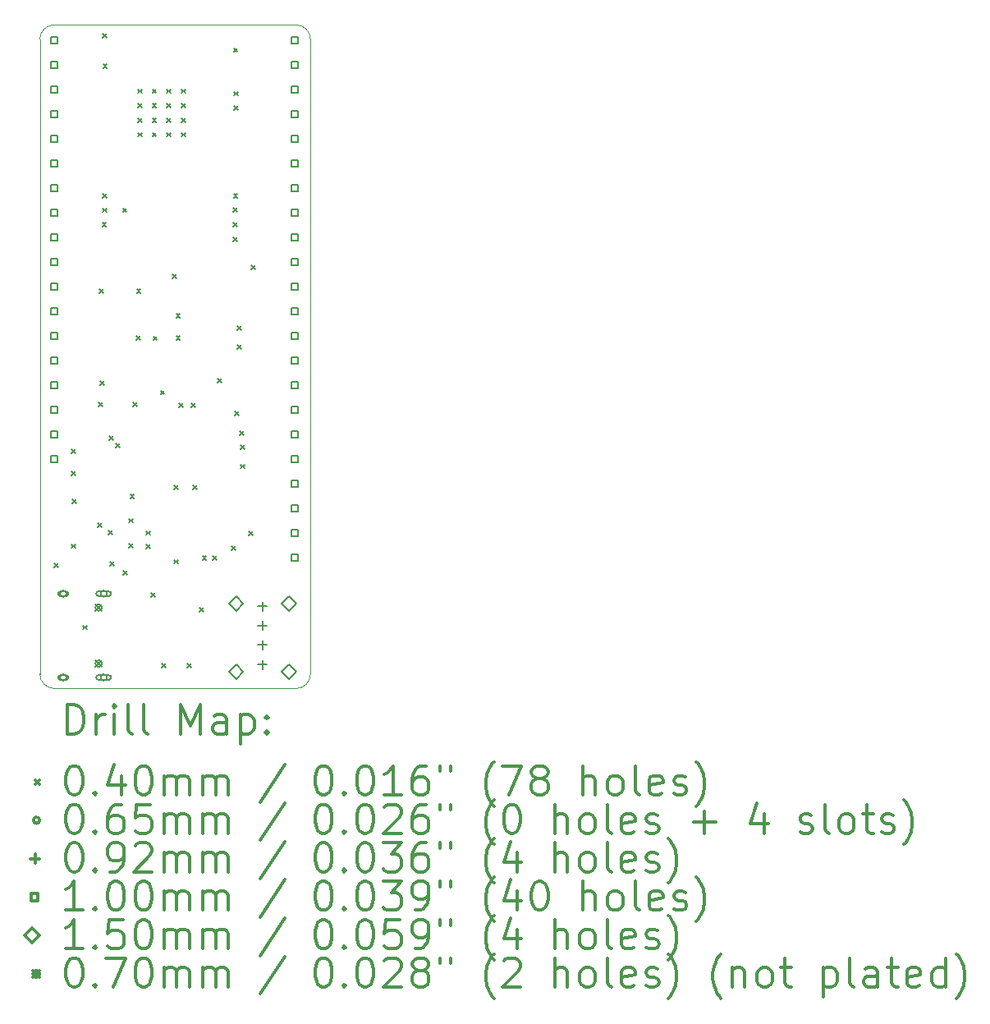
<source format=gbr>
%FSLAX45Y45*%
G04 Gerber Fmt 4.5, Leading zero omitted, Abs format (unit mm)*
G04 Created by KiCad (PCBNEW 5.1.5+dfsg1-2build2) date 2021-06-12 01:28:39*
%MOMM*%
%LPD*%
G04 APERTURE LIST*
%TA.AperFunction,Profile*%
%ADD10C,0.050000*%
%TD*%
%ADD11C,0.200000*%
%ADD12C,0.300000*%
G04 APERTURE END LIST*
D10*
X13695000Y-13400000D02*
X13695000Y-6858000D01*
X16337000Y-13551000D02*
X13845000Y-13550000D01*
X16487000Y-6858000D02*
X16487000Y-13401000D01*
X13845000Y-6708000D02*
X16337000Y-6708000D01*
X16487000Y-13401000D02*
G75*
G02X16337000Y-13551000I-150000J0D01*
G01*
X13845000Y-13550000D02*
G75*
G02X13695000Y-13400000I0J150000D01*
G01*
X13695000Y-6858000D02*
G75*
G02X13845000Y-6708000I150000J0D01*
G01*
X16337000Y-6708000D02*
G75*
G02X16487000Y-6858000I0J-150000D01*
G01*
D11*
X13843990Y-12259710D02*
X13883990Y-12299710D01*
X13883990Y-12259710D02*
X13843990Y-12299710D01*
X14020266Y-11083944D02*
X14060266Y-11123944D01*
X14060266Y-11083944D02*
X14020266Y-11123944D01*
X14021282Y-11310766D02*
X14061282Y-11350766D01*
X14061282Y-11310766D02*
X14021282Y-11350766D01*
X14025092Y-12062098D02*
X14065092Y-12102098D01*
X14065092Y-12062098D02*
X14025092Y-12102098D01*
X14028140Y-11599310D02*
X14068140Y-11639310D01*
X14068140Y-11599310D02*
X14028140Y-11639310D01*
X14142441Y-12901060D02*
X14182441Y-12941060D01*
X14182441Y-12901060D02*
X14142441Y-12941060D01*
X14291538Y-11846198D02*
X14331538Y-11886198D01*
X14331538Y-11846198D02*
X14291538Y-11886198D01*
X14303952Y-10598772D02*
X14343952Y-10638772D01*
X14343952Y-10598772D02*
X14303952Y-10638772D01*
X14310080Y-9431420D02*
X14350080Y-9471420D01*
X14350080Y-9431420D02*
X14310080Y-9471420D01*
X14317700Y-10383920D02*
X14357700Y-10423920D01*
X14357700Y-10383920D02*
X14317700Y-10423920D01*
X14339798Y-8749938D02*
X14379798Y-8789938D01*
X14379798Y-8749938D02*
X14339798Y-8789938D01*
X14340814Y-8598808D02*
X14380814Y-8638808D01*
X14380814Y-8598808D02*
X14340814Y-8638808D01*
X14341322Y-8452250D02*
X14381322Y-8492250D01*
X14381322Y-8452250D02*
X14341322Y-8492250D01*
X14346910Y-6801250D02*
X14386910Y-6841250D01*
X14386910Y-6801250D02*
X14346910Y-6841250D01*
X14347164Y-7112400D02*
X14387164Y-7152400D01*
X14387164Y-7112400D02*
X14347164Y-7152400D01*
X14401520Y-11924430D02*
X14441520Y-11964430D01*
X14441520Y-11924430D02*
X14401520Y-11964430D01*
X14412294Y-10950622D02*
X14452294Y-10990622D01*
X14452294Y-10950622D02*
X14412294Y-10990622D01*
X14420990Y-12241266D02*
X14460990Y-12281266D01*
X14460990Y-12241266D02*
X14420990Y-12281266D01*
X14482038Y-11024254D02*
X14522038Y-11064254D01*
X14522038Y-11024254D02*
X14482038Y-11064254D01*
X14552039Y-8598554D02*
X14592039Y-8638554D01*
X14592039Y-8598554D02*
X14552039Y-8638554D01*
X14552650Y-12339974D02*
X14592650Y-12379974D01*
X14592650Y-12339974D02*
X14552650Y-12379974D01*
X14612340Y-12056256D02*
X14652340Y-12096256D01*
X14652340Y-12056256D02*
X14612340Y-12096256D01*
X14613610Y-11800478D02*
X14653610Y-11840478D01*
X14653610Y-11800478D02*
X14613610Y-11840478D01*
X14626508Y-11549272D02*
X14666508Y-11589272D01*
X14666508Y-11549272D02*
X14626508Y-11589272D01*
X14656028Y-10601344D02*
X14696028Y-10641344D01*
X14696028Y-10601344D02*
X14656028Y-10641344D01*
X14691334Y-9916052D02*
X14731334Y-9956052D01*
X14731334Y-9916052D02*
X14691334Y-9956052D01*
X14696160Y-9431420D02*
X14736160Y-9471420D01*
X14736160Y-9431420D02*
X14696160Y-9471420D01*
X14705470Y-7370630D02*
X14745470Y-7410630D01*
X14745470Y-7370630D02*
X14705470Y-7410630D01*
X14705470Y-7520630D02*
X14745470Y-7560630D01*
X14745470Y-7520630D02*
X14705470Y-7560630D01*
X14705470Y-7670630D02*
X14745470Y-7710630D01*
X14745470Y-7670630D02*
X14705470Y-7710630D01*
X14705470Y-7820630D02*
X14745470Y-7860630D01*
X14745470Y-7820630D02*
X14705470Y-7860630D01*
X14794204Y-11927732D02*
X14834204Y-11967732D01*
X14834204Y-11927732D02*
X14794204Y-11967732D01*
X14794204Y-12064384D02*
X14834204Y-12104384D01*
X14834204Y-12064384D02*
X14794204Y-12104384D01*
X14840432Y-12565272D02*
X14880432Y-12605272D01*
X14880432Y-12565272D02*
X14840432Y-12605272D01*
X14855470Y-7370630D02*
X14895470Y-7410630D01*
X14895470Y-7370630D02*
X14855470Y-7410630D01*
X14855470Y-7520630D02*
X14895470Y-7560630D01*
X14895470Y-7520630D02*
X14855470Y-7560630D01*
X14855470Y-7670630D02*
X14895470Y-7710630D01*
X14895470Y-7670630D02*
X14855470Y-7710630D01*
X14855470Y-7820630D02*
X14895470Y-7860630D01*
X14895470Y-7820630D02*
X14855470Y-7860630D01*
X14863800Y-9920370D02*
X14903800Y-9960370D01*
X14903800Y-9920370D02*
X14863800Y-9960370D01*
X14940000Y-10477900D02*
X14980000Y-10517900D01*
X14980000Y-10477900D02*
X14940000Y-10517900D01*
X14956510Y-13293490D02*
X14996510Y-13333490D01*
X14996510Y-13293490D02*
X14956510Y-13333490D01*
X15005470Y-7370630D02*
X15045470Y-7410630D01*
X15045470Y-7370630D02*
X15005470Y-7410630D01*
X15005470Y-7520630D02*
X15045470Y-7560630D01*
X15045470Y-7520630D02*
X15005470Y-7560630D01*
X15005470Y-7670630D02*
X15045470Y-7710630D01*
X15045470Y-7670630D02*
X15005470Y-7710630D01*
X15005470Y-7820630D02*
X15045470Y-7860630D01*
X15045470Y-7820630D02*
X15005470Y-7860630D01*
X15064968Y-9281052D02*
X15104968Y-9321052D01*
X15104968Y-9281052D02*
X15064968Y-9321052D01*
X15078407Y-12222880D02*
X15118407Y-12262880D01*
X15118407Y-12222880D02*
X15078407Y-12262880D01*
X15079700Y-11457070D02*
X15119700Y-11497070D01*
X15119700Y-11457070D02*
X15079700Y-11497070D01*
X15101250Y-9685290D02*
X15141250Y-9725290D01*
X15141250Y-9685290D02*
X15101250Y-9725290D01*
X15101250Y-9915290D02*
X15141250Y-9955290D01*
X15141250Y-9915290D02*
X15101250Y-9955290D01*
X15132532Y-10610488D02*
X15172532Y-10650488D01*
X15172532Y-10610488D02*
X15132532Y-10650488D01*
X15155470Y-7370630D02*
X15195470Y-7410630D01*
X15195470Y-7370630D02*
X15155470Y-7410630D01*
X15155470Y-7520630D02*
X15195470Y-7560630D01*
X15195470Y-7520630D02*
X15155470Y-7560630D01*
X15155470Y-7670630D02*
X15195470Y-7710630D01*
X15195470Y-7670630D02*
X15155470Y-7710630D01*
X15155470Y-7820630D02*
X15195470Y-7860630D01*
X15195470Y-7820630D02*
X15155470Y-7860630D01*
X15213050Y-13293490D02*
X15253050Y-13333490D01*
X15253050Y-13293490D02*
X15213050Y-13333490D01*
X15260548Y-10607948D02*
X15300548Y-10647948D01*
X15300548Y-10607948D02*
X15260548Y-10647948D01*
X15272740Y-11455800D02*
X15312740Y-11495800D01*
X15312740Y-11455800D02*
X15272740Y-11495800D01*
X15345130Y-12718180D02*
X15385130Y-12758180D01*
X15385130Y-12718180D02*
X15345130Y-12758180D01*
X15373070Y-12183764D02*
X15413070Y-12223764D01*
X15413070Y-12183764D02*
X15373070Y-12223764D01*
X15479750Y-12187574D02*
X15519750Y-12227574D01*
X15519750Y-12187574D02*
X15479750Y-12227574D01*
X15526232Y-10358520D02*
X15566232Y-10398520D01*
X15566232Y-10358520D02*
X15526232Y-10398520D01*
X15675030Y-12081910D02*
X15715030Y-12121910D01*
X15715030Y-12081910D02*
X15675030Y-12121910D01*
X15692348Y-8594744D02*
X15732348Y-8634744D01*
X15732348Y-8594744D02*
X15692348Y-8634744D01*
X15692348Y-8898528D02*
X15732348Y-8938528D01*
X15732348Y-8898528D02*
X15692348Y-8938528D01*
X15692602Y-8748922D02*
X15732602Y-8788922D01*
X15732602Y-8748922D02*
X15692602Y-8788922D01*
X15694126Y-6948062D02*
X15734126Y-6988062D01*
X15734126Y-6948062D02*
X15694126Y-6988062D01*
X15695396Y-8449710D02*
X15735396Y-8489710D01*
X15735396Y-8449710D02*
X15695396Y-8489710D01*
X15697428Y-7548010D02*
X15737428Y-7588010D01*
X15737428Y-7548010D02*
X15697428Y-7588010D01*
X15698444Y-7397134D02*
X15738444Y-7437134D01*
X15738444Y-7397134D02*
X15698444Y-7437134D01*
X15705810Y-10693292D02*
X15745810Y-10733292D01*
X15745810Y-10693292D02*
X15705810Y-10733292D01*
X15732480Y-9815976D02*
X15772480Y-9855976D01*
X15772480Y-9815976D02*
X15732480Y-9855976D01*
X15732480Y-10010032D02*
X15772480Y-10050032D01*
X15772480Y-10010032D02*
X15732480Y-10050032D01*
X15758331Y-10896549D02*
X15798331Y-10936549D01*
X15798331Y-10896549D02*
X15758331Y-10936549D01*
X15768040Y-11043050D02*
X15808040Y-11083050D01*
X15808040Y-11043050D02*
X15768040Y-11083050D01*
X15769310Y-11239900D02*
X15809310Y-11279900D01*
X15809310Y-11239900D02*
X15769310Y-11279900D01*
X15851352Y-11928494D02*
X15891352Y-11968494D01*
X15891352Y-11928494D02*
X15851352Y-11968494D01*
X15877260Y-9188596D02*
X15917260Y-9228596D01*
X15917260Y-9188596D02*
X15877260Y-9228596D01*
X13968880Y-12572880D02*
G75*
G03X13968880Y-12572880I-32500J0D01*
G01*
X13966380Y-12550380D02*
X13906380Y-12550380D01*
X13966380Y-12595380D02*
X13906380Y-12595380D01*
X13906380Y-12550380D02*
G75*
G03X13906380Y-12595380I0J-22500D01*
G01*
X13966380Y-12595380D02*
G75*
G03X13966380Y-12550380I0J22500D01*
G01*
X13968880Y-13436880D02*
G75*
G03X13968880Y-13436880I-32500J0D01*
G01*
X13966380Y-13414380D02*
X13906380Y-13414380D01*
X13966380Y-13459380D02*
X13906380Y-13459380D01*
X13906380Y-13414380D02*
G75*
G03X13906380Y-13459380I0J-22500D01*
G01*
X13966380Y-13459380D02*
G75*
G03X13966380Y-13414380I0J22500D01*
G01*
X14386880Y-12572880D02*
G75*
G03X14386880Y-12572880I-32500J0D01*
G01*
X14409380Y-12550380D02*
X14299380Y-12550380D01*
X14409380Y-12595380D02*
X14299380Y-12595380D01*
X14299380Y-12550380D02*
G75*
G03X14299380Y-12595380I0J-22500D01*
G01*
X14409380Y-12595380D02*
G75*
G03X14409380Y-12550380I0J22500D01*
G01*
X14386880Y-13436880D02*
G75*
G03X14386880Y-13436880I-32500J0D01*
G01*
X14409380Y-13414380D02*
X14299380Y-13414380D01*
X14409380Y-13459380D02*
X14299380Y-13459380D01*
X14299380Y-13414380D02*
G75*
G03X14299380Y-13459380I0J-22500D01*
G01*
X14409380Y-13459380D02*
G75*
G03X14409380Y-13414380I0J22500D01*
G01*
X15991240Y-12656060D02*
X15991240Y-12748060D01*
X15945240Y-12702060D02*
X16037240Y-12702060D01*
X15991240Y-12856060D02*
X15991240Y-12948060D01*
X15945240Y-12902060D02*
X16037240Y-12902060D01*
X15991240Y-13056060D02*
X15991240Y-13148060D01*
X15945240Y-13102060D02*
X16037240Y-13102060D01*
X15991240Y-13256060D02*
X15991240Y-13348060D01*
X15945240Y-13302060D02*
X16037240Y-13302060D01*
X13880356Y-6902856D02*
X13880356Y-6832144D01*
X13809644Y-6832144D01*
X13809644Y-6902856D01*
X13880356Y-6902856D01*
X13880356Y-7156856D02*
X13880356Y-7086144D01*
X13809644Y-7086144D01*
X13809644Y-7156856D01*
X13880356Y-7156856D01*
X13880356Y-7410856D02*
X13880356Y-7340144D01*
X13809644Y-7340144D01*
X13809644Y-7410856D01*
X13880356Y-7410856D01*
X13880356Y-7664856D02*
X13880356Y-7594144D01*
X13809644Y-7594144D01*
X13809644Y-7664856D01*
X13880356Y-7664856D01*
X13880356Y-7918856D02*
X13880356Y-7848144D01*
X13809644Y-7848144D01*
X13809644Y-7918856D01*
X13880356Y-7918856D01*
X13880356Y-8172856D02*
X13880356Y-8102144D01*
X13809644Y-8102144D01*
X13809644Y-8172856D01*
X13880356Y-8172856D01*
X13880356Y-8426856D02*
X13880356Y-8356144D01*
X13809644Y-8356144D01*
X13809644Y-8426856D01*
X13880356Y-8426856D01*
X13880356Y-8680856D02*
X13880356Y-8610144D01*
X13809644Y-8610144D01*
X13809644Y-8680856D01*
X13880356Y-8680856D01*
X13880356Y-8934856D02*
X13880356Y-8864144D01*
X13809644Y-8864144D01*
X13809644Y-8934856D01*
X13880356Y-8934856D01*
X13880356Y-9188856D02*
X13880356Y-9118144D01*
X13809644Y-9118144D01*
X13809644Y-9188856D01*
X13880356Y-9188856D01*
X13880356Y-9442856D02*
X13880356Y-9372144D01*
X13809644Y-9372144D01*
X13809644Y-9442856D01*
X13880356Y-9442856D01*
X13880356Y-9696856D02*
X13880356Y-9626144D01*
X13809644Y-9626144D01*
X13809644Y-9696856D01*
X13880356Y-9696856D01*
X13880356Y-9950856D02*
X13880356Y-9880144D01*
X13809644Y-9880144D01*
X13809644Y-9950856D01*
X13880356Y-9950856D01*
X13880356Y-10204856D02*
X13880356Y-10134144D01*
X13809644Y-10134144D01*
X13809644Y-10204856D01*
X13880356Y-10204856D01*
X13880356Y-10458856D02*
X13880356Y-10388144D01*
X13809644Y-10388144D01*
X13809644Y-10458856D01*
X13880356Y-10458856D01*
X13880356Y-10712856D02*
X13880356Y-10642144D01*
X13809644Y-10642144D01*
X13809644Y-10712856D01*
X13880356Y-10712856D01*
X13880356Y-10966856D02*
X13880356Y-10896144D01*
X13809644Y-10896144D01*
X13809644Y-10966856D01*
X13880356Y-10966856D01*
X13880356Y-11220856D02*
X13880356Y-11150144D01*
X13809644Y-11150144D01*
X13809644Y-11220856D01*
X13880356Y-11220856D01*
X16359356Y-6902856D02*
X16359356Y-6832144D01*
X16288644Y-6832144D01*
X16288644Y-6902856D01*
X16359356Y-6902856D01*
X16359356Y-7156856D02*
X16359356Y-7086144D01*
X16288644Y-7086144D01*
X16288644Y-7156856D01*
X16359356Y-7156856D01*
X16359356Y-7410856D02*
X16359356Y-7340144D01*
X16288644Y-7340144D01*
X16288644Y-7410856D01*
X16359356Y-7410856D01*
X16359356Y-7664856D02*
X16359356Y-7594144D01*
X16288644Y-7594144D01*
X16288644Y-7664856D01*
X16359356Y-7664856D01*
X16359356Y-7918856D02*
X16359356Y-7848144D01*
X16288644Y-7848144D01*
X16288644Y-7918856D01*
X16359356Y-7918856D01*
X16359356Y-8172856D02*
X16359356Y-8102144D01*
X16288644Y-8102144D01*
X16288644Y-8172856D01*
X16359356Y-8172856D01*
X16359356Y-8426856D02*
X16359356Y-8356144D01*
X16288644Y-8356144D01*
X16288644Y-8426856D01*
X16359356Y-8426856D01*
X16359356Y-8680856D02*
X16359356Y-8610144D01*
X16288644Y-8610144D01*
X16288644Y-8680856D01*
X16359356Y-8680856D01*
X16359356Y-8934856D02*
X16359356Y-8864144D01*
X16288644Y-8864144D01*
X16288644Y-8934856D01*
X16359356Y-8934856D01*
X16359356Y-9188856D02*
X16359356Y-9118144D01*
X16288644Y-9118144D01*
X16288644Y-9188856D01*
X16359356Y-9188856D01*
X16359356Y-9442856D02*
X16359356Y-9372144D01*
X16288644Y-9372144D01*
X16288644Y-9442856D01*
X16359356Y-9442856D01*
X16359356Y-9696856D02*
X16359356Y-9626144D01*
X16288644Y-9626144D01*
X16288644Y-9696856D01*
X16359356Y-9696856D01*
X16359356Y-9950856D02*
X16359356Y-9880144D01*
X16288644Y-9880144D01*
X16288644Y-9950856D01*
X16359356Y-9950856D01*
X16359356Y-10204856D02*
X16359356Y-10134144D01*
X16288644Y-10134144D01*
X16288644Y-10204856D01*
X16359356Y-10204856D01*
X16359356Y-10458856D02*
X16359356Y-10388144D01*
X16288644Y-10388144D01*
X16288644Y-10458856D01*
X16359356Y-10458856D01*
X16359356Y-10712856D02*
X16359356Y-10642144D01*
X16288644Y-10642144D01*
X16288644Y-10712856D01*
X16359356Y-10712856D01*
X16359356Y-10966856D02*
X16359356Y-10896144D01*
X16288644Y-10896144D01*
X16288644Y-10966856D01*
X16359356Y-10966856D01*
X16359356Y-11220856D02*
X16359356Y-11150144D01*
X16288644Y-11150144D01*
X16288644Y-11220856D01*
X16359356Y-11220856D01*
X16359356Y-11474856D02*
X16359356Y-11404144D01*
X16288644Y-11404144D01*
X16288644Y-11474856D01*
X16359356Y-11474856D01*
X16359356Y-11728856D02*
X16359356Y-11658144D01*
X16288644Y-11658144D01*
X16288644Y-11728856D01*
X16359356Y-11728856D01*
X16359356Y-11982856D02*
X16359356Y-11912144D01*
X16288644Y-11912144D01*
X16288644Y-11982856D01*
X16359356Y-11982856D01*
X16359356Y-12236856D02*
X16359356Y-12166144D01*
X16288644Y-12166144D01*
X16288644Y-12236856D01*
X16359356Y-12236856D01*
X15719240Y-12750060D02*
X15794240Y-12675060D01*
X15719240Y-12600060D01*
X15644240Y-12675060D01*
X15719240Y-12750060D01*
X15719240Y-13450060D02*
X15794240Y-13375060D01*
X15719240Y-13300060D01*
X15644240Y-13375060D01*
X15719240Y-13450060D01*
X16263240Y-12750060D02*
X16338240Y-12675060D01*
X16263240Y-12600060D01*
X16188240Y-12675060D01*
X16263240Y-12750060D01*
X16263240Y-13450060D02*
X16338240Y-13375060D01*
X16263240Y-13300060D01*
X16188240Y-13375060D01*
X16263240Y-13450060D01*
X14266380Y-12680880D02*
X14336380Y-12750880D01*
X14336380Y-12680880D02*
X14266380Y-12750880D01*
X14336380Y-12715880D02*
G75*
G03X14336380Y-12715880I-35000J0D01*
G01*
X14266380Y-13258880D02*
X14336380Y-13328880D01*
X14336380Y-13258880D02*
X14266380Y-13328880D01*
X14336380Y-13293880D02*
G75*
G03X14336380Y-13293880I-35000J0D01*
G01*
D12*
X13978928Y-14019214D02*
X13978928Y-13719214D01*
X14050357Y-13719214D01*
X14093214Y-13733500D01*
X14121786Y-13762071D01*
X14136071Y-13790643D01*
X14150357Y-13847786D01*
X14150357Y-13890643D01*
X14136071Y-13947786D01*
X14121786Y-13976357D01*
X14093214Y-14004929D01*
X14050357Y-14019214D01*
X13978928Y-14019214D01*
X14278928Y-14019214D02*
X14278928Y-13819214D01*
X14278928Y-13876357D02*
X14293214Y-13847786D01*
X14307500Y-13833500D01*
X14336071Y-13819214D01*
X14364643Y-13819214D01*
X14464643Y-14019214D02*
X14464643Y-13819214D01*
X14464643Y-13719214D02*
X14450357Y-13733500D01*
X14464643Y-13747786D01*
X14478928Y-13733500D01*
X14464643Y-13719214D01*
X14464643Y-13747786D01*
X14650357Y-14019214D02*
X14621786Y-14004929D01*
X14607500Y-13976357D01*
X14607500Y-13719214D01*
X14807500Y-14019214D02*
X14778928Y-14004929D01*
X14764643Y-13976357D01*
X14764643Y-13719214D01*
X15150357Y-14019214D02*
X15150357Y-13719214D01*
X15250357Y-13933500D01*
X15350357Y-13719214D01*
X15350357Y-14019214D01*
X15621786Y-14019214D02*
X15621786Y-13862071D01*
X15607500Y-13833500D01*
X15578928Y-13819214D01*
X15521786Y-13819214D01*
X15493214Y-13833500D01*
X15621786Y-14004929D02*
X15593214Y-14019214D01*
X15521786Y-14019214D01*
X15493214Y-14004929D01*
X15478928Y-13976357D01*
X15478928Y-13947786D01*
X15493214Y-13919214D01*
X15521786Y-13904929D01*
X15593214Y-13904929D01*
X15621786Y-13890643D01*
X15764643Y-13819214D02*
X15764643Y-14119214D01*
X15764643Y-13833500D02*
X15793214Y-13819214D01*
X15850357Y-13819214D01*
X15878928Y-13833500D01*
X15893214Y-13847786D01*
X15907500Y-13876357D01*
X15907500Y-13962071D01*
X15893214Y-13990643D01*
X15878928Y-14004929D01*
X15850357Y-14019214D01*
X15793214Y-14019214D01*
X15764643Y-14004929D01*
X16036071Y-13990643D02*
X16050357Y-14004929D01*
X16036071Y-14019214D01*
X16021786Y-14004929D01*
X16036071Y-13990643D01*
X16036071Y-14019214D01*
X16036071Y-13833500D02*
X16050357Y-13847786D01*
X16036071Y-13862071D01*
X16021786Y-13847786D01*
X16036071Y-13833500D01*
X16036071Y-13862071D01*
X13652500Y-14493500D02*
X13692500Y-14533500D01*
X13692500Y-14493500D02*
X13652500Y-14533500D01*
X14036071Y-14349214D02*
X14064643Y-14349214D01*
X14093214Y-14363500D01*
X14107500Y-14377786D01*
X14121786Y-14406357D01*
X14136071Y-14463500D01*
X14136071Y-14534929D01*
X14121786Y-14592071D01*
X14107500Y-14620643D01*
X14093214Y-14634929D01*
X14064643Y-14649214D01*
X14036071Y-14649214D01*
X14007500Y-14634929D01*
X13993214Y-14620643D01*
X13978928Y-14592071D01*
X13964643Y-14534929D01*
X13964643Y-14463500D01*
X13978928Y-14406357D01*
X13993214Y-14377786D01*
X14007500Y-14363500D01*
X14036071Y-14349214D01*
X14264643Y-14620643D02*
X14278928Y-14634929D01*
X14264643Y-14649214D01*
X14250357Y-14634929D01*
X14264643Y-14620643D01*
X14264643Y-14649214D01*
X14536071Y-14449214D02*
X14536071Y-14649214D01*
X14464643Y-14334929D02*
X14393214Y-14549214D01*
X14578928Y-14549214D01*
X14750357Y-14349214D02*
X14778928Y-14349214D01*
X14807500Y-14363500D01*
X14821786Y-14377786D01*
X14836071Y-14406357D01*
X14850357Y-14463500D01*
X14850357Y-14534929D01*
X14836071Y-14592071D01*
X14821786Y-14620643D01*
X14807500Y-14634929D01*
X14778928Y-14649214D01*
X14750357Y-14649214D01*
X14721786Y-14634929D01*
X14707500Y-14620643D01*
X14693214Y-14592071D01*
X14678928Y-14534929D01*
X14678928Y-14463500D01*
X14693214Y-14406357D01*
X14707500Y-14377786D01*
X14721786Y-14363500D01*
X14750357Y-14349214D01*
X14978928Y-14649214D02*
X14978928Y-14449214D01*
X14978928Y-14477786D02*
X14993214Y-14463500D01*
X15021786Y-14449214D01*
X15064643Y-14449214D01*
X15093214Y-14463500D01*
X15107500Y-14492071D01*
X15107500Y-14649214D01*
X15107500Y-14492071D02*
X15121786Y-14463500D01*
X15150357Y-14449214D01*
X15193214Y-14449214D01*
X15221786Y-14463500D01*
X15236071Y-14492071D01*
X15236071Y-14649214D01*
X15378928Y-14649214D02*
X15378928Y-14449214D01*
X15378928Y-14477786D02*
X15393214Y-14463500D01*
X15421786Y-14449214D01*
X15464643Y-14449214D01*
X15493214Y-14463500D01*
X15507500Y-14492071D01*
X15507500Y-14649214D01*
X15507500Y-14492071D02*
X15521786Y-14463500D01*
X15550357Y-14449214D01*
X15593214Y-14449214D01*
X15621786Y-14463500D01*
X15636071Y-14492071D01*
X15636071Y-14649214D01*
X16221786Y-14334929D02*
X15964643Y-14720643D01*
X16607500Y-14349214D02*
X16636071Y-14349214D01*
X16664643Y-14363500D01*
X16678928Y-14377786D01*
X16693214Y-14406357D01*
X16707500Y-14463500D01*
X16707500Y-14534929D01*
X16693214Y-14592071D01*
X16678928Y-14620643D01*
X16664643Y-14634929D01*
X16636071Y-14649214D01*
X16607500Y-14649214D01*
X16578928Y-14634929D01*
X16564643Y-14620643D01*
X16550357Y-14592071D01*
X16536071Y-14534929D01*
X16536071Y-14463500D01*
X16550357Y-14406357D01*
X16564643Y-14377786D01*
X16578928Y-14363500D01*
X16607500Y-14349214D01*
X16836071Y-14620643D02*
X16850357Y-14634929D01*
X16836071Y-14649214D01*
X16821786Y-14634929D01*
X16836071Y-14620643D01*
X16836071Y-14649214D01*
X17036071Y-14349214D02*
X17064643Y-14349214D01*
X17093214Y-14363500D01*
X17107500Y-14377786D01*
X17121786Y-14406357D01*
X17136071Y-14463500D01*
X17136071Y-14534929D01*
X17121786Y-14592071D01*
X17107500Y-14620643D01*
X17093214Y-14634929D01*
X17064643Y-14649214D01*
X17036071Y-14649214D01*
X17007500Y-14634929D01*
X16993214Y-14620643D01*
X16978928Y-14592071D01*
X16964643Y-14534929D01*
X16964643Y-14463500D01*
X16978928Y-14406357D01*
X16993214Y-14377786D01*
X17007500Y-14363500D01*
X17036071Y-14349214D01*
X17421786Y-14649214D02*
X17250357Y-14649214D01*
X17336071Y-14649214D02*
X17336071Y-14349214D01*
X17307500Y-14392071D01*
X17278928Y-14420643D01*
X17250357Y-14434929D01*
X17678928Y-14349214D02*
X17621786Y-14349214D01*
X17593214Y-14363500D01*
X17578928Y-14377786D01*
X17550357Y-14420643D01*
X17536071Y-14477786D01*
X17536071Y-14592071D01*
X17550357Y-14620643D01*
X17564643Y-14634929D01*
X17593214Y-14649214D01*
X17650357Y-14649214D01*
X17678928Y-14634929D01*
X17693214Y-14620643D01*
X17707500Y-14592071D01*
X17707500Y-14520643D01*
X17693214Y-14492071D01*
X17678928Y-14477786D01*
X17650357Y-14463500D01*
X17593214Y-14463500D01*
X17564643Y-14477786D01*
X17550357Y-14492071D01*
X17536071Y-14520643D01*
X17821786Y-14349214D02*
X17821786Y-14406357D01*
X17936071Y-14349214D02*
X17936071Y-14406357D01*
X18378928Y-14763500D02*
X18364643Y-14749214D01*
X18336071Y-14706357D01*
X18321786Y-14677786D01*
X18307500Y-14634929D01*
X18293214Y-14563500D01*
X18293214Y-14506357D01*
X18307500Y-14434929D01*
X18321786Y-14392071D01*
X18336071Y-14363500D01*
X18364643Y-14320643D01*
X18378928Y-14306357D01*
X18464643Y-14349214D02*
X18664643Y-14349214D01*
X18536071Y-14649214D01*
X18821786Y-14477786D02*
X18793214Y-14463500D01*
X18778928Y-14449214D01*
X18764643Y-14420643D01*
X18764643Y-14406357D01*
X18778928Y-14377786D01*
X18793214Y-14363500D01*
X18821786Y-14349214D01*
X18878928Y-14349214D01*
X18907500Y-14363500D01*
X18921786Y-14377786D01*
X18936071Y-14406357D01*
X18936071Y-14420643D01*
X18921786Y-14449214D01*
X18907500Y-14463500D01*
X18878928Y-14477786D01*
X18821786Y-14477786D01*
X18793214Y-14492071D01*
X18778928Y-14506357D01*
X18764643Y-14534929D01*
X18764643Y-14592071D01*
X18778928Y-14620643D01*
X18793214Y-14634929D01*
X18821786Y-14649214D01*
X18878928Y-14649214D01*
X18907500Y-14634929D01*
X18921786Y-14620643D01*
X18936071Y-14592071D01*
X18936071Y-14534929D01*
X18921786Y-14506357D01*
X18907500Y-14492071D01*
X18878928Y-14477786D01*
X19293214Y-14649214D02*
X19293214Y-14349214D01*
X19421786Y-14649214D02*
X19421786Y-14492071D01*
X19407500Y-14463500D01*
X19378928Y-14449214D01*
X19336071Y-14449214D01*
X19307500Y-14463500D01*
X19293214Y-14477786D01*
X19607500Y-14649214D02*
X19578928Y-14634929D01*
X19564643Y-14620643D01*
X19550357Y-14592071D01*
X19550357Y-14506357D01*
X19564643Y-14477786D01*
X19578928Y-14463500D01*
X19607500Y-14449214D01*
X19650357Y-14449214D01*
X19678928Y-14463500D01*
X19693214Y-14477786D01*
X19707500Y-14506357D01*
X19707500Y-14592071D01*
X19693214Y-14620643D01*
X19678928Y-14634929D01*
X19650357Y-14649214D01*
X19607500Y-14649214D01*
X19878928Y-14649214D02*
X19850357Y-14634929D01*
X19836071Y-14606357D01*
X19836071Y-14349214D01*
X20107500Y-14634929D02*
X20078928Y-14649214D01*
X20021786Y-14649214D01*
X19993214Y-14634929D01*
X19978928Y-14606357D01*
X19978928Y-14492071D01*
X19993214Y-14463500D01*
X20021786Y-14449214D01*
X20078928Y-14449214D01*
X20107500Y-14463500D01*
X20121786Y-14492071D01*
X20121786Y-14520643D01*
X19978928Y-14549214D01*
X20236071Y-14634929D02*
X20264643Y-14649214D01*
X20321786Y-14649214D01*
X20350357Y-14634929D01*
X20364643Y-14606357D01*
X20364643Y-14592071D01*
X20350357Y-14563500D01*
X20321786Y-14549214D01*
X20278928Y-14549214D01*
X20250357Y-14534929D01*
X20236071Y-14506357D01*
X20236071Y-14492071D01*
X20250357Y-14463500D01*
X20278928Y-14449214D01*
X20321786Y-14449214D01*
X20350357Y-14463500D01*
X20464643Y-14763500D02*
X20478928Y-14749214D01*
X20507500Y-14706357D01*
X20521786Y-14677786D01*
X20536071Y-14634929D01*
X20550357Y-14563500D01*
X20550357Y-14506357D01*
X20536071Y-14434929D01*
X20521786Y-14392071D01*
X20507500Y-14363500D01*
X20478928Y-14320643D01*
X20464643Y-14306357D01*
X13692500Y-14909500D02*
G75*
G03X13692500Y-14909500I-32500J0D01*
G01*
X14036071Y-14745214D02*
X14064643Y-14745214D01*
X14093214Y-14759500D01*
X14107500Y-14773786D01*
X14121786Y-14802357D01*
X14136071Y-14859500D01*
X14136071Y-14930929D01*
X14121786Y-14988071D01*
X14107500Y-15016643D01*
X14093214Y-15030929D01*
X14064643Y-15045214D01*
X14036071Y-15045214D01*
X14007500Y-15030929D01*
X13993214Y-15016643D01*
X13978928Y-14988071D01*
X13964643Y-14930929D01*
X13964643Y-14859500D01*
X13978928Y-14802357D01*
X13993214Y-14773786D01*
X14007500Y-14759500D01*
X14036071Y-14745214D01*
X14264643Y-15016643D02*
X14278928Y-15030929D01*
X14264643Y-15045214D01*
X14250357Y-15030929D01*
X14264643Y-15016643D01*
X14264643Y-15045214D01*
X14536071Y-14745214D02*
X14478928Y-14745214D01*
X14450357Y-14759500D01*
X14436071Y-14773786D01*
X14407500Y-14816643D01*
X14393214Y-14873786D01*
X14393214Y-14988071D01*
X14407500Y-15016643D01*
X14421786Y-15030929D01*
X14450357Y-15045214D01*
X14507500Y-15045214D01*
X14536071Y-15030929D01*
X14550357Y-15016643D01*
X14564643Y-14988071D01*
X14564643Y-14916643D01*
X14550357Y-14888071D01*
X14536071Y-14873786D01*
X14507500Y-14859500D01*
X14450357Y-14859500D01*
X14421786Y-14873786D01*
X14407500Y-14888071D01*
X14393214Y-14916643D01*
X14836071Y-14745214D02*
X14693214Y-14745214D01*
X14678928Y-14888071D01*
X14693214Y-14873786D01*
X14721786Y-14859500D01*
X14793214Y-14859500D01*
X14821786Y-14873786D01*
X14836071Y-14888071D01*
X14850357Y-14916643D01*
X14850357Y-14988071D01*
X14836071Y-15016643D01*
X14821786Y-15030929D01*
X14793214Y-15045214D01*
X14721786Y-15045214D01*
X14693214Y-15030929D01*
X14678928Y-15016643D01*
X14978928Y-15045214D02*
X14978928Y-14845214D01*
X14978928Y-14873786D02*
X14993214Y-14859500D01*
X15021786Y-14845214D01*
X15064643Y-14845214D01*
X15093214Y-14859500D01*
X15107500Y-14888071D01*
X15107500Y-15045214D01*
X15107500Y-14888071D02*
X15121786Y-14859500D01*
X15150357Y-14845214D01*
X15193214Y-14845214D01*
X15221786Y-14859500D01*
X15236071Y-14888071D01*
X15236071Y-15045214D01*
X15378928Y-15045214D02*
X15378928Y-14845214D01*
X15378928Y-14873786D02*
X15393214Y-14859500D01*
X15421786Y-14845214D01*
X15464643Y-14845214D01*
X15493214Y-14859500D01*
X15507500Y-14888071D01*
X15507500Y-15045214D01*
X15507500Y-14888071D02*
X15521786Y-14859500D01*
X15550357Y-14845214D01*
X15593214Y-14845214D01*
X15621786Y-14859500D01*
X15636071Y-14888071D01*
X15636071Y-15045214D01*
X16221786Y-14730929D02*
X15964643Y-15116643D01*
X16607500Y-14745214D02*
X16636071Y-14745214D01*
X16664643Y-14759500D01*
X16678928Y-14773786D01*
X16693214Y-14802357D01*
X16707500Y-14859500D01*
X16707500Y-14930929D01*
X16693214Y-14988071D01*
X16678928Y-15016643D01*
X16664643Y-15030929D01*
X16636071Y-15045214D01*
X16607500Y-15045214D01*
X16578928Y-15030929D01*
X16564643Y-15016643D01*
X16550357Y-14988071D01*
X16536071Y-14930929D01*
X16536071Y-14859500D01*
X16550357Y-14802357D01*
X16564643Y-14773786D01*
X16578928Y-14759500D01*
X16607500Y-14745214D01*
X16836071Y-15016643D02*
X16850357Y-15030929D01*
X16836071Y-15045214D01*
X16821786Y-15030929D01*
X16836071Y-15016643D01*
X16836071Y-15045214D01*
X17036071Y-14745214D02*
X17064643Y-14745214D01*
X17093214Y-14759500D01*
X17107500Y-14773786D01*
X17121786Y-14802357D01*
X17136071Y-14859500D01*
X17136071Y-14930929D01*
X17121786Y-14988071D01*
X17107500Y-15016643D01*
X17093214Y-15030929D01*
X17064643Y-15045214D01*
X17036071Y-15045214D01*
X17007500Y-15030929D01*
X16993214Y-15016643D01*
X16978928Y-14988071D01*
X16964643Y-14930929D01*
X16964643Y-14859500D01*
X16978928Y-14802357D01*
X16993214Y-14773786D01*
X17007500Y-14759500D01*
X17036071Y-14745214D01*
X17250357Y-14773786D02*
X17264643Y-14759500D01*
X17293214Y-14745214D01*
X17364643Y-14745214D01*
X17393214Y-14759500D01*
X17407500Y-14773786D01*
X17421786Y-14802357D01*
X17421786Y-14830929D01*
X17407500Y-14873786D01*
X17236071Y-15045214D01*
X17421786Y-15045214D01*
X17678928Y-14745214D02*
X17621786Y-14745214D01*
X17593214Y-14759500D01*
X17578928Y-14773786D01*
X17550357Y-14816643D01*
X17536071Y-14873786D01*
X17536071Y-14988071D01*
X17550357Y-15016643D01*
X17564643Y-15030929D01*
X17593214Y-15045214D01*
X17650357Y-15045214D01*
X17678928Y-15030929D01*
X17693214Y-15016643D01*
X17707500Y-14988071D01*
X17707500Y-14916643D01*
X17693214Y-14888071D01*
X17678928Y-14873786D01*
X17650357Y-14859500D01*
X17593214Y-14859500D01*
X17564643Y-14873786D01*
X17550357Y-14888071D01*
X17536071Y-14916643D01*
X17821786Y-14745214D02*
X17821786Y-14802357D01*
X17936071Y-14745214D02*
X17936071Y-14802357D01*
X18378928Y-15159500D02*
X18364643Y-15145214D01*
X18336071Y-15102357D01*
X18321786Y-15073786D01*
X18307500Y-15030929D01*
X18293214Y-14959500D01*
X18293214Y-14902357D01*
X18307500Y-14830929D01*
X18321786Y-14788071D01*
X18336071Y-14759500D01*
X18364643Y-14716643D01*
X18378928Y-14702357D01*
X18550357Y-14745214D02*
X18578928Y-14745214D01*
X18607500Y-14759500D01*
X18621786Y-14773786D01*
X18636071Y-14802357D01*
X18650357Y-14859500D01*
X18650357Y-14930929D01*
X18636071Y-14988071D01*
X18621786Y-15016643D01*
X18607500Y-15030929D01*
X18578928Y-15045214D01*
X18550357Y-15045214D01*
X18521786Y-15030929D01*
X18507500Y-15016643D01*
X18493214Y-14988071D01*
X18478928Y-14930929D01*
X18478928Y-14859500D01*
X18493214Y-14802357D01*
X18507500Y-14773786D01*
X18521786Y-14759500D01*
X18550357Y-14745214D01*
X19007500Y-15045214D02*
X19007500Y-14745214D01*
X19136071Y-15045214D02*
X19136071Y-14888071D01*
X19121786Y-14859500D01*
X19093214Y-14845214D01*
X19050357Y-14845214D01*
X19021786Y-14859500D01*
X19007500Y-14873786D01*
X19321786Y-15045214D02*
X19293214Y-15030929D01*
X19278928Y-15016643D01*
X19264643Y-14988071D01*
X19264643Y-14902357D01*
X19278928Y-14873786D01*
X19293214Y-14859500D01*
X19321786Y-14845214D01*
X19364643Y-14845214D01*
X19393214Y-14859500D01*
X19407500Y-14873786D01*
X19421786Y-14902357D01*
X19421786Y-14988071D01*
X19407500Y-15016643D01*
X19393214Y-15030929D01*
X19364643Y-15045214D01*
X19321786Y-15045214D01*
X19593214Y-15045214D02*
X19564643Y-15030929D01*
X19550357Y-15002357D01*
X19550357Y-14745214D01*
X19821786Y-15030929D02*
X19793214Y-15045214D01*
X19736071Y-15045214D01*
X19707500Y-15030929D01*
X19693214Y-15002357D01*
X19693214Y-14888071D01*
X19707500Y-14859500D01*
X19736071Y-14845214D01*
X19793214Y-14845214D01*
X19821786Y-14859500D01*
X19836071Y-14888071D01*
X19836071Y-14916643D01*
X19693214Y-14945214D01*
X19950357Y-15030929D02*
X19978928Y-15045214D01*
X20036071Y-15045214D01*
X20064643Y-15030929D01*
X20078928Y-15002357D01*
X20078928Y-14988071D01*
X20064643Y-14959500D01*
X20036071Y-14945214D01*
X19993214Y-14945214D01*
X19964643Y-14930929D01*
X19950357Y-14902357D01*
X19950357Y-14888071D01*
X19964643Y-14859500D01*
X19993214Y-14845214D01*
X20036071Y-14845214D01*
X20064643Y-14859500D01*
X20436071Y-14930929D02*
X20664643Y-14930929D01*
X20550357Y-15045214D02*
X20550357Y-14816643D01*
X21164643Y-14845214D02*
X21164643Y-15045214D01*
X21093214Y-14730929D02*
X21021786Y-14945214D01*
X21207500Y-14945214D01*
X21536071Y-15030929D02*
X21564643Y-15045214D01*
X21621786Y-15045214D01*
X21650357Y-15030929D01*
X21664643Y-15002357D01*
X21664643Y-14988071D01*
X21650357Y-14959500D01*
X21621786Y-14945214D01*
X21578928Y-14945214D01*
X21550357Y-14930929D01*
X21536071Y-14902357D01*
X21536071Y-14888071D01*
X21550357Y-14859500D01*
X21578928Y-14845214D01*
X21621786Y-14845214D01*
X21650357Y-14859500D01*
X21836071Y-15045214D02*
X21807500Y-15030929D01*
X21793214Y-15002357D01*
X21793214Y-14745214D01*
X21993214Y-15045214D02*
X21964643Y-15030929D01*
X21950357Y-15016643D01*
X21936071Y-14988071D01*
X21936071Y-14902357D01*
X21950357Y-14873786D01*
X21964643Y-14859500D01*
X21993214Y-14845214D01*
X22036071Y-14845214D01*
X22064643Y-14859500D01*
X22078928Y-14873786D01*
X22093214Y-14902357D01*
X22093214Y-14988071D01*
X22078928Y-15016643D01*
X22064643Y-15030929D01*
X22036071Y-15045214D01*
X21993214Y-15045214D01*
X22178928Y-14845214D02*
X22293214Y-14845214D01*
X22221786Y-14745214D02*
X22221786Y-15002357D01*
X22236071Y-15030929D01*
X22264643Y-15045214D01*
X22293214Y-15045214D01*
X22378928Y-15030929D02*
X22407500Y-15045214D01*
X22464643Y-15045214D01*
X22493214Y-15030929D01*
X22507500Y-15002357D01*
X22507500Y-14988071D01*
X22493214Y-14959500D01*
X22464643Y-14945214D01*
X22421786Y-14945214D01*
X22393214Y-14930929D01*
X22378928Y-14902357D01*
X22378928Y-14888071D01*
X22393214Y-14859500D01*
X22421786Y-14845214D01*
X22464643Y-14845214D01*
X22493214Y-14859500D01*
X22607500Y-15159500D02*
X22621786Y-15145214D01*
X22650357Y-15102357D01*
X22664643Y-15073786D01*
X22678928Y-15030929D01*
X22693214Y-14959500D01*
X22693214Y-14902357D01*
X22678928Y-14830929D01*
X22664643Y-14788071D01*
X22650357Y-14759500D01*
X22621786Y-14716643D01*
X22607500Y-14702357D01*
X13646500Y-15259500D02*
X13646500Y-15351500D01*
X13600500Y-15305500D02*
X13692500Y-15305500D01*
X14036071Y-15141214D02*
X14064643Y-15141214D01*
X14093214Y-15155500D01*
X14107500Y-15169786D01*
X14121786Y-15198357D01*
X14136071Y-15255500D01*
X14136071Y-15326929D01*
X14121786Y-15384071D01*
X14107500Y-15412643D01*
X14093214Y-15426929D01*
X14064643Y-15441214D01*
X14036071Y-15441214D01*
X14007500Y-15426929D01*
X13993214Y-15412643D01*
X13978928Y-15384071D01*
X13964643Y-15326929D01*
X13964643Y-15255500D01*
X13978928Y-15198357D01*
X13993214Y-15169786D01*
X14007500Y-15155500D01*
X14036071Y-15141214D01*
X14264643Y-15412643D02*
X14278928Y-15426929D01*
X14264643Y-15441214D01*
X14250357Y-15426929D01*
X14264643Y-15412643D01*
X14264643Y-15441214D01*
X14421786Y-15441214D02*
X14478928Y-15441214D01*
X14507500Y-15426929D01*
X14521786Y-15412643D01*
X14550357Y-15369786D01*
X14564643Y-15312643D01*
X14564643Y-15198357D01*
X14550357Y-15169786D01*
X14536071Y-15155500D01*
X14507500Y-15141214D01*
X14450357Y-15141214D01*
X14421786Y-15155500D01*
X14407500Y-15169786D01*
X14393214Y-15198357D01*
X14393214Y-15269786D01*
X14407500Y-15298357D01*
X14421786Y-15312643D01*
X14450357Y-15326929D01*
X14507500Y-15326929D01*
X14536071Y-15312643D01*
X14550357Y-15298357D01*
X14564643Y-15269786D01*
X14678928Y-15169786D02*
X14693214Y-15155500D01*
X14721786Y-15141214D01*
X14793214Y-15141214D01*
X14821786Y-15155500D01*
X14836071Y-15169786D01*
X14850357Y-15198357D01*
X14850357Y-15226929D01*
X14836071Y-15269786D01*
X14664643Y-15441214D01*
X14850357Y-15441214D01*
X14978928Y-15441214D02*
X14978928Y-15241214D01*
X14978928Y-15269786D02*
X14993214Y-15255500D01*
X15021786Y-15241214D01*
X15064643Y-15241214D01*
X15093214Y-15255500D01*
X15107500Y-15284071D01*
X15107500Y-15441214D01*
X15107500Y-15284071D02*
X15121786Y-15255500D01*
X15150357Y-15241214D01*
X15193214Y-15241214D01*
X15221786Y-15255500D01*
X15236071Y-15284071D01*
X15236071Y-15441214D01*
X15378928Y-15441214D02*
X15378928Y-15241214D01*
X15378928Y-15269786D02*
X15393214Y-15255500D01*
X15421786Y-15241214D01*
X15464643Y-15241214D01*
X15493214Y-15255500D01*
X15507500Y-15284071D01*
X15507500Y-15441214D01*
X15507500Y-15284071D02*
X15521786Y-15255500D01*
X15550357Y-15241214D01*
X15593214Y-15241214D01*
X15621786Y-15255500D01*
X15636071Y-15284071D01*
X15636071Y-15441214D01*
X16221786Y-15126929D02*
X15964643Y-15512643D01*
X16607500Y-15141214D02*
X16636071Y-15141214D01*
X16664643Y-15155500D01*
X16678928Y-15169786D01*
X16693214Y-15198357D01*
X16707500Y-15255500D01*
X16707500Y-15326929D01*
X16693214Y-15384071D01*
X16678928Y-15412643D01*
X16664643Y-15426929D01*
X16636071Y-15441214D01*
X16607500Y-15441214D01*
X16578928Y-15426929D01*
X16564643Y-15412643D01*
X16550357Y-15384071D01*
X16536071Y-15326929D01*
X16536071Y-15255500D01*
X16550357Y-15198357D01*
X16564643Y-15169786D01*
X16578928Y-15155500D01*
X16607500Y-15141214D01*
X16836071Y-15412643D02*
X16850357Y-15426929D01*
X16836071Y-15441214D01*
X16821786Y-15426929D01*
X16836071Y-15412643D01*
X16836071Y-15441214D01*
X17036071Y-15141214D02*
X17064643Y-15141214D01*
X17093214Y-15155500D01*
X17107500Y-15169786D01*
X17121786Y-15198357D01*
X17136071Y-15255500D01*
X17136071Y-15326929D01*
X17121786Y-15384071D01*
X17107500Y-15412643D01*
X17093214Y-15426929D01*
X17064643Y-15441214D01*
X17036071Y-15441214D01*
X17007500Y-15426929D01*
X16993214Y-15412643D01*
X16978928Y-15384071D01*
X16964643Y-15326929D01*
X16964643Y-15255500D01*
X16978928Y-15198357D01*
X16993214Y-15169786D01*
X17007500Y-15155500D01*
X17036071Y-15141214D01*
X17236071Y-15141214D02*
X17421786Y-15141214D01*
X17321786Y-15255500D01*
X17364643Y-15255500D01*
X17393214Y-15269786D01*
X17407500Y-15284071D01*
X17421786Y-15312643D01*
X17421786Y-15384071D01*
X17407500Y-15412643D01*
X17393214Y-15426929D01*
X17364643Y-15441214D01*
X17278928Y-15441214D01*
X17250357Y-15426929D01*
X17236071Y-15412643D01*
X17678928Y-15141214D02*
X17621786Y-15141214D01*
X17593214Y-15155500D01*
X17578928Y-15169786D01*
X17550357Y-15212643D01*
X17536071Y-15269786D01*
X17536071Y-15384071D01*
X17550357Y-15412643D01*
X17564643Y-15426929D01*
X17593214Y-15441214D01*
X17650357Y-15441214D01*
X17678928Y-15426929D01*
X17693214Y-15412643D01*
X17707500Y-15384071D01*
X17707500Y-15312643D01*
X17693214Y-15284071D01*
X17678928Y-15269786D01*
X17650357Y-15255500D01*
X17593214Y-15255500D01*
X17564643Y-15269786D01*
X17550357Y-15284071D01*
X17536071Y-15312643D01*
X17821786Y-15141214D02*
X17821786Y-15198357D01*
X17936071Y-15141214D02*
X17936071Y-15198357D01*
X18378928Y-15555500D02*
X18364643Y-15541214D01*
X18336071Y-15498357D01*
X18321786Y-15469786D01*
X18307500Y-15426929D01*
X18293214Y-15355500D01*
X18293214Y-15298357D01*
X18307500Y-15226929D01*
X18321786Y-15184071D01*
X18336071Y-15155500D01*
X18364643Y-15112643D01*
X18378928Y-15098357D01*
X18621786Y-15241214D02*
X18621786Y-15441214D01*
X18550357Y-15126929D02*
X18478928Y-15341214D01*
X18664643Y-15341214D01*
X19007500Y-15441214D02*
X19007500Y-15141214D01*
X19136071Y-15441214D02*
X19136071Y-15284071D01*
X19121786Y-15255500D01*
X19093214Y-15241214D01*
X19050357Y-15241214D01*
X19021786Y-15255500D01*
X19007500Y-15269786D01*
X19321786Y-15441214D02*
X19293214Y-15426929D01*
X19278928Y-15412643D01*
X19264643Y-15384071D01*
X19264643Y-15298357D01*
X19278928Y-15269786D01*
X19293214Y-15255500D01*
X19321786Y-15241214D01*
X19364643Y-15241214D01*
X19393214Y-15255500D01*
X19407500Y-15269786D01*
X19421786Y-15298357D01*
X19421786Y-15384071D01*
X19407500Y-15412643D01*
X19393214Y-15426929D01*
X19364643Y-15441214D01*
X19321786Y-15441214D01*
X19593214Y-15441214D02*
X19564643Y-15426929D01*
X19550357Y-15398357D01*
X19550357Y-15141214D01*
X19821786Y-15426929D02*
X19793214Y-15441214D01*
X19736071Y-15441214D01*
X19707500Y-15426929D01*
X19693214Y-15398357D01*
X19693214Y-15284071D01*
X19707500Y-15255500D01*
X19736071Y-15241214D01*
X19793214Y-15241214D01*
X19821786Y-15255500D01*
X19836071Y-15284071D01*
X19836071Y-15312643D01*
X19693214Y-15341214D01*
X19950357Y-15426929D02*
X19978928Y-15441214D01*
X20036071Y-15441214D01*
X20064643Y-15426929D01*
X20078928Y-15398357D01*
X20078928Y-15384071D01*
X20064643Y-15355500D01*
X20036071Y-15341214D01*
X19993214Y-15341214D01*
X19964643Y-15326929D01*
X19950357Y-15298357D01*
X19950357Y-15284071D01*
X19964643Y-15255500D01*
X19993214Y-15241214D01*
X20036071Y-15241214D01*
X20064643Y-15255500D01*
X20178928Y-15555500D02*
X20193214Y-15541214D01*
X20221786Y-15498357D01*
X20236071Y-15469786D01*
X20250357Y-15426929D01*
X20264643Y-15355500D01*
X20264643Y-15298357D01*
X20250357Y-15226929D01*
X20236071Y-15184071D01*
X20221786Y-15155500D01*
X20193214Y-15112643D01*
X20178928Y-15098357D01*
X13677856Y-15736856D02*
X13677856Y-15666144D01*
X13607144Y-15666144D01*
X13607144Y-15736856D01*
X13677856Y-15736856D01*
X14136071Y-15837214D02*
X13964643Y-15837214D01*
X14050357Y-15837214D02*
X14050357Y-15537214D01*
X14021786Y-15580071D01*
X13993214Y-15608643D01*
X13964643Y-15622929D01*
X14264643Y-15808643D02*
X14278928Y-15822929D01*
X14264643Y-15837214D01*
X14250357Y-15822929D01*
X14264643Y-15808643D01*
X14264643Y-15837214D01*
X14464643Y-15537214D02*
X14493214Y-15537214D01*
X14521786Y-15551500D01*
X14536071Y-15565786D01*
X14550357Y-15594357D01*
X14564643Y-15651500D01*
X14564643Y-15722929D01*
X14550357Y-15780071D01*
X14536071Y-15808643D01*
X14521786Y-15822929D01*
X14493214Y-15837214D01*
X14464643Y-15837214D01*
X14436071Y-15822929D01*
X14421786Y-15808643D01*
X14407500Y-15780071D01*
X14393214Y-15722929D01*
X14393214Y-15651500D01*
X14407500Y-15594357D01*
X14421786Y-15565786D01*
X14436071Y-15551500D01*
X14464643Y-15537214D01*
X14750357Y-15537214D02*
X14778928Y-15537214D01*
X14807500Y-15551500D01*
X14821786Y-15565786D01*
X14836071Y-15594357D01*
X14850357Y-15651500D01*
X14850357Y-15722929D01*
X14836071Y-15780071D01*
X14821786Y-15808643D01*
X14807500Y-15822929D01*
X14778928Y-15837214D01*
X14750357Y-15837214D01*
X14721786Y-15822929D01*
X14707500Y-15808643D01*
X14693214Y-15780071D01*
X14678928Y-15722929D01*
X14678928Y-15651500D01*
X14693214Y-15594357D01*
X14707500Y-15565786D01*
X14721786Y-15551500D01*
X14750357Y-15537214D01*
X14978928Y-15837214D02*
X14978928Y-15637214D01*
X14978928Y-15665786D02*
X14993214Y-15651500D01*
X15021786Y-15637214D01*
X15064643Y-15637214D01*
X15093214Y-15651500D01*
X15107500Y-15680071D01*
X15107500Y-15837214D01*
X15107500Y-15680071D02*
X15121786Y-15651500D01*
X15150357Y-15637214D01*
X15193214Y-15637214D01*
X15221786Y-15651500D01*
X15236071Y-15680071D01*
X15236071Y-15837214D01*
X15378928Y-15837214D02*
X15378928Y-15637214D01*
X15378928Y-15665786D02*
X15393214Y-15651500D01*
X15421786Y-15637214D01*
X15464643Y-15637214D01*
X15493214Y-15651500D01*
X15507500Y-15680071D01*
X15507500Y-15837214D01*
X15507500Y-15680071D02*
X15521786Y-15651500D01*
X15550357Y-15637214D01*
X15593214Y-15637214D01*
X15621786Y-15651500D01*
X15636071Y-15680071D01*
X15636071Y-15837214D01*
X16221786Y-15522929D02*
X15964643Y-15908643D01*
X16607500Y-15537214D02*
X16636071Y-15537214D01*
X16664643Y-15551500D01*
X16678928Y-15565786D01*
X16693214Y-15594357D01*
X16707500Y-15651500D01*
X16707500Y-15722929D01*
X16693214Y-15780071D01*
X16678928Y-15808643D01*
X16664643Y-15822929D01*
X16636071Y-15837214D01*
X16607500Y-15837214D01*
X16578928Y-15822929D01*
X16564643Y-15808643D01*
X16550357Y-15780071D01*
X16536071Y-15722929D01*
X16536071Y-15651500D01*
X16550357Y-15594357D01*
X16564643Y-15565786D01*
X16578928Y-15551500D01*
X16607500Y-15537214D01*
X16836071Y-15808643D02*
X16850357Y-15822929D01*
X16836071Y-15837214D01*
X16821786Y-15822929D01*
X16836071Y-15808643D01*
X16836071Y-15837214D01*
X17036071Y-15537214D02*
X17064643Y-15537214D01*
X17093214Y-15551500D01*
X17107500Y-15565786D01*
X17121786Y-15594357D01*
X17136071Y-15651500D01*
X17136071Y-15722929D01*
X17121786Y-15780071D01*
X17107500Y-15808643D01*
X17093214Y-15822929D01*
X17064643Y-15837214D01*
X17036071Y-15837214D01*
X17007500Y-15822929D01*
X16993214Y-15808643D01*
X16978928Y-15780071D01*
X16964643Y-15722929D01*
X16964643Y-15651500D01*
X16978928Y-15594357D01*
X16993214Y-15565786D01*
X17007500Y-15551500D01*
X17036071Y-15537214D01*
X17236071Y-15537214D02*
X17421786Y-15537214D01*
X17321786Y-15651500D01*
X17364643Y-15651500D01*
X17393214Y-15665786D01*
X17407500Y-15680071D01*
X17421786Y-15708643D01*
X17421786Y-15780071D01*
X17407500Y-15808643D01*
X17393214Y-15822929D01*
X17364643Y-15837214D01*
X17278928Y-15837214D01*
X17250357Y-15822929D01*
X17236071Y-15808643D01*
X17564643Y-15837214D02*
X17621786Y-15837214D01*
X17650357Y-15822929D01*
X17664643Y-15808643D01*
X17693214Y-15765786D01*
X17707500Y-15708643D01*
X17707500Y-15594357D01*
X17693214Y-15565786D01*
X17678928Y-15551500D01*
X17650357Y-15537214D01*
X17593214Y-15537214D01*
X17564643Y-15551500D01*
X17550357Y-15565786D01*
X17536071Y-15594357D01*
X17536071Y-15665786D01*
X17550357Y-15694357D01*
X17564643Y-15708643D01*
X17593214Y-15722929D01*
X17650357Y-15722929D01*
X17678928Y-15708643D01*
X17693214Y-15694357D01*
X17707500Y-15665786D01*
X17821786Y-15537214D02*
X17821786Y-15594357D01*
X17936071Y-15537214D02*
X17936071Y-15594357D01*
X18378928Y-15951500D02*
X18364643Y-15937214D01*
X18336071Y-15894357D01*
X18321786Y-15865786D01*
X18307500Y-15822929D01*
X18293214Y-15751500D01*
X18293214Y-15694357D01*
X18307500Y-15622929D01*
X18321786Y-15580071D01*
X18336071Y-15551500D01*
X18364643Y-15508643D01*
X18378928Y-15494357D01*
X18621786Y-15637214D02*
X18621786Y-15837214D01*
X18550357Y-15522929D02*
X18478928Y-15737214D01*
X18664643Y-15737214D01*
X18836071Y-15537214D02*
X18864643Y-15537214D01*
X18893214Y-15551500D01*
X18907500Y-15565786D01*
X18921786Y-15594357D01*
X18936071Y-15651500D01*
X18936071Y-15722929D01*
X18921786Y-15780071D01*
X18907500Y-15808643D01*
X18893214Y-15822929D01*
X18864643Y-15837214D01*
X18836071Y-15837214D01*
X18807500Y-15822929D01*
X18793214Y-15808643D01*
X18778928Y-15780071D01*
X18764643Y-15722929D01*
X18764643Y-15651500D01*
X18778928Y-15594357D01*
X18793214Y-15565786D01*
X18807500Y-15551500D01*
X18836071Y-15537214D01*
X19293214Y-15837214D02*
X19293214Y-15537214D01*
X19421786Y-15837214D02*
X19421786Y-15680071D01*
X19407500Y-15651500D01*
X19378928Y-15637214D01*
X19336071Y-15637214D01*
X19307500Y-15651500D01*
X19293214Y-15665786D01*
X19607500Y-15837214D02*
X19578928Y-15822929D01*
X19564643Y-15808643D01*
X19550357Y-15780071D01*
X19550357Y-15694357D01*
X19564643Y-15665786D01*
X19578928Y-15651500D01*
X19607500Y-15637214D01*
X19650357Y-15637214D01*
X19678928Y-15651500D01*
X19693214Y-15665786D01*
X19707500Y-15694357D01*
X19707500Y-15780071D01*
X19693214Y-15808643D01*
X19678928Y-15822929D01*
X19650357Y-15837214D01*
X19607500Y-15837214D01*
X19878928Y-15837214D02*
X19850357Y-15822929D01*
X19836071Y-15794357D01*
X19836071Y-15537214D01*
X20107500Y-15822929D02*
X20078928Y-15837214D01*
X20021786Y-15837214D01*
X19993214Y-15822929D01*
X19978928Y-15794357D01*
X19978928Y-15680071D01*
X19993214Y-15651500D01*
X20021786Y-15637214D01*
X20078928Y-15637214D01*
X20107500Y-15651500D01*
X20121786Y-15680071D01*
X20121786Y-15708643D01*
X19978928Y-15737214D01*
X20236071Y-15822929D02*
X20264643Y-15837214D01*
X20321786Y-15837214D01*
X20350357Y-15822929D01*
X20364643Y-15794357D01*
X20364643Y-15780071D01*
X20350357Y-15751500D01*
X20321786Y-15737214D01*
X20278928Y-15737214D01*
X20250357Y-15722929D01*
X20236071Y-15694357D01*
X20236071Y-15680071D01*
X20250357Y-15651500D01*
X20278928Y-15637214D01*
X20321786Y-15637214D01*
X20350357Y-15651500D01*
X20464643Y-15951500D02*
X20478928Y-15937214D01*
X20507500Y-15894357D01*
X20521786Y-15865786D01*
X20536071Y-15822929D01*
X20550357Y-15751500D01*
X20550357Y-15694357D01*
X20536071Y-15622929D01*
X20521786Y-15580071D01*
X20507500Y-15551500D01*
X20478928Y-15508643D01*
X20464643Y-15494357D01*
X13617500Y-16172500D02*
X13692500Y-16097500D01*
X13617500Y-16022500D01*
X13542500Y-16097500D01*
X13617500Y-16172500D01*
X14136071Y-16233214D02*
X13964643Y-16233214D01*
X14050357Y-16233214D02*
X14050357Y-15933214D01*
X14021786Y-15976071D01*
X13993214Y-16004643D01*
X13964643Y-16018929D01*
X14264643Y-16204643D02*
X14278928Y-16218929D01*
X14264643Y-16233214D01*
X14250357Y-16218929D01*
X14264643Y-16204643D01*
X14264643Y-16233214D01*
X14550357Y-15933214D02*
X14407500Y-15933214D01*
X14393214Y-16076071D01*
X14407500Y-16061786D01*
X14436071Y-16047500D01*
X14507500Y-16047500D01*
X14536071Y-16061786D01*
X14550357Y-16076071D01*
X14564643Y-16104643D01*
X14564643Y-16176071D01*
X14550357Y-16204643D01*
X14536071Y-16218929D01*
X14507500Y-16233214D01*
X14436071Y-16233214D01*
X14407500Y-16218929D01*
X14393214Y-16204643D01*
X14750357Y-15933214D02*
X14778928Y-15933214D01*
X14807500Y-15947500D01*
X14821786Y-15961786D01*
X14836071Y-15990357D01*
X14850357Y-16047500D01*
X14850357Y-16118929D01*
X14836071Y-16176071D01*
X14821786Y-16204643D01*
X14807500Y-16218929D01*
X14778928Y-16233214D01*
X14750357Y-16233214D01*
X14721786Y-16218929D01*
X14707500Y-16204643D01*
X14693214Y-16176071D01*
X14678928Y-16118929D01*
X14678928Y-16047500D01*
X14693214Y-15990357D01*
X14707500Y-15961786D01*
X14721786Y-15947500D01*
X14750357Y-15933214D01*
X14978928Y-16233214D02*
X14978928Y-16033214D01*
X14978928Y-16061786D02*
X14993214Y-16047500D01*
X15021786Y-16033214D01*
X15064643Y-16033214D01*
X15093214Y-16047500D01*
X15107500Y-16076071D01*
X15107500Y-16233214D01*
X15107500Y-16076071D02*
X15121786Y-16047500D01*
X15150357Y-16033214D01*
X15193214Y-16033214D01*
X15221786Y-16047500D01*
X15236071Y-16076071D01*
X15236071Y-16233214D01*
X15378928Y-16233214D02*
X15378928Y-16033214D01*
X15378928Y-16061786D02*
X15393214Y-16047500D01*
X15421786Y-16033214D01*
X15464643Y-16033214D01*
X15493214Y-16047500D01*
X15507500Y-16076071D01*
X15507500Y-16233214D01*
X15507500Y-16076071D02*
X15521786Y-16047500D01*
X15550357Y-16033214D01*
X15593214Y-16033214D01*
X15621786Y-16047500D01*
X15636071Y-16076071D01*
X15636071Y-16233214D01*
X16221786Y-15918929D02*
X15964643Y-16304643D01*
X16607500Y-15933214D02*
X16636071Y-15933214D01*
X16664643Y-15947500D01*
X16678928Y-15961786D01*
X16693214Y-15990357D01*
X16707500Y-16047500D01*
X16707500Y-16118929D01*
X16693214Y-16176071D01*
X16678928Y-16204643D01*
X16664643Y-16218929D01*
X16636071Y-16233214D01*
X16607500Y-16233214D01*
X16578928Y-16218929D01*
X16564643Y-16204643D01*
X16550357Y-16176071D01*
X16536071Y-16118929D01*
X16536071Y-16047500D01*
X16550357Y-15990357D01*
X16564643Y-15961786D01*
X16578928Y-15947500D01*
X16607500Y-15933214D01*
X16836071Y-16204643D02*
X16850357Y-16218929D01*
X16836071Y-16233214D01*
X16821786Y-16218929D01*
X16836071Y-16204643D01*
X16836071Y-16233214D01*
X17036071Y-15933214D02*
X17064643Y-15933214D01*
X17093214Y-15947500D01*
X17107500Y-15961786D01*
X17121786Y-15990357D01*
X17136071Y-16047500D01*
X17136071Y-16118929D01*
X17121786Y-16176071D01*
X17107500Y-16204643D01*
X17093214Y-16218929D01*
X17064643Y-16233214D01*
X17036071Y-16233214D01*
X17007500Y-16218929D01*
X16993214Y-16204643D01*
X16978928Y-16176071D01*
X16964643Y-16118929D01*
X16964643Y-16047500D01*
X16978928Y-15990357D01*
X16993214Y-15961786D01*
X17007500Y-15947500D01*
X17036071Y-15933214D01*
X17407500Y-15933214D02*
X17264643Y-15933214D01*
X17250357Y-16076071D01*
X17264643Y-16061786D01*
X17293214Y-16047500D01*
X17364643Y-16047500D01*
X17393214Y-16061786D01*
X17407500Y-16076071D01*
X17421786Y-16104643D01*
X17421786Y-16176071D01*
X17407500Y-16204643D01*
X17393214Y-16218929D01*
X17364643Y-16233214D01*
X17293214Y-16233214D01*
X17264643Y-16218929D01*
X17250357Y-16204643D01*
X17564643Y-16233214D02*
X17621786Y-16233214D01*
X17650357Y-16218929D01*
X17664643Y-16204643D01*
X17693214Y-16161786D01*
X17707500Y-16104643D01*
X17707500Y-15990357D01*
X17693214Y-15961786D01*
X17678928Y-15947500D01*
X17650357Y-15933214D01*
X17593214Y-15933214D01*
X17564643Y-15947500D01*
X17550357Y-15961786D01*
X17536071Y-15990357D01*
X17536071Y-16061786D01*
X17550357Y-16090357D01*
X17564643Y-16104643D01*
X17593214Y-16118929D01*
X17650357Y-16118929D01*
X17678928Y-16104643D01*
X17693214Y-16090357D01*
X17707500Y-16061786D01*
X17821786Y-15933214D02*
X17821786Y-15990357D01*
X17936071Y-15933214D02*
X17936071Y-15990357D01*
X18378928Y-16347500D02*
X18364643Y-16333214D01*
X18336071Y-16290357D01*
X18321786Y-16261786D01*
X18307500Y-16218929D01*
X18293214Y-16147500D01*
X18293214Y-16090357D01*
X18307500Y-16018929D01*
X18321786Y-15976071D01*
X18336071Y-15947500D01*
X18364643Y-15904643D01*
X18378928Y-15890357D01*
X18621786Y-16033214D02*
X18621786Y-16233214D01*
X18550357Y-15918929D02*
X18478928Y-16133214D01*
X18664643Y-16133214D01*
X19007500Y-16233214D02*
X19007500Y-15933214D01*
X19136071Y-16233214D02*
X19136071Y-16076071D01*
X19121786Y-16047500D01*
X19093214Y-16033214D01*
X19050357Y-16033214D01*
X19021786Y-16047500D01*
X19007500Y-16061786D01*
X19321786Y-16233214D02*
X19293214Y-16218929D01*
X19278928Y-16204643D01*
X19264643Y-16176071D01*
X19264643Y-16090357D01*
X19278928Y-16061786D01*
X19293214Y-16047500D01*
X19321786Y-16033214D01*
X19364643Y-16033214D01*
X19393214Y-16047500D01*
X19407500Y-16061786D01*
X19421786Y-16090357D01*
X19421786Y-16176071D01*
X19407500Y-16204643D01*
X19393214Y-16218929D01*
X19364643Y-16233214D01*
X19321786Y-16233214D01*
X19593214Y-16233214D02*
X19564643Y-16218929D01*
X19550357Y-16190357D01*
X19550357Y-15933214D01*
X19821786Y-16218929D02*
X19793214Y-16233214D01*
X19736071Y-16233214D01*
X19707500Y-16218929D01*
X19693214Y-16190357D01*
X19693214Y-16076071D01*
X19707500Y-16047500D01*
X19736071Y-16033214D01*
X19793214Y-16033214D01*
X19821786Y-16047500D01*
X19836071Y-16076071D01*
X19836071Y-16104643D01*
X19693214Y-16133214D01*
X19950357Y-16218929D02*
X19978928Y-16233214D01*
X20036071Y-16233214D01*
X20064643Y-16218929D01*
X20078928Y-16190357D01*
X20078928Y-16176071D01*
X20064643Y-16147500D01*
X20036071Y-16133214D01*
X19993214Y-16133214D01*
X19964643Y-16118929D01*
X19950357Y-16090357D01*
X19950357Y-16076071D01*
X19964643Y-16047500D01*
X19993214Y-16033214D01*
X20036071Y-16033214D01*
X20064643Y-16047500D01*
X20178928Y-16347500D02*
X20193214Y-16333214D01*
X20221786Y-16290357D01*
X20236071Y-16261786D01*
X20250357Y-16218929D01*
X20264643Y-16147500D01*
X20264643Y-16090357D01*
X20250357Y-16018929D01*
X20236071Y-15976071D01*
X20221786Y-15947500D01*
X20193214Y-15904643D01*
X20178928Y-15890357D01*
X13622500Y-16458500D02*
X13692500Y-16528500D01*
X13692500Y-16458500D02*
X13622500Y-16528500D01*
X13692500Y-16493500D02*
G75*
G03X13692500Y-16493500I-35000J0D01*
G01*
X14036071Y-16329214D02*
X14064643Y-16329214D01*
X14093214Y-16343500D01*
X14107500Y-16357786D01*
X14121786Y-16386357D01*
X14136071Y-16443500D01*
X14136071Y-16514929D01*
X14121786Y-16572071D01*
X14107500Y-16600643D01*
X14093214Y-16614929D01*
X14064643Y-16629214D01*
X14036071Y-16629214D01*
X14007500Y-16614929D01*
X13993214Y-16600643D01*
X13978928Y-16572071D01*
X13964643Y-16514929D01*
X13964643Y-16443500D01*
X13978928Y-16386357D01*
X13993214Y-16357786D01*
X14007500Y-16343500D01*
X14036071Y-16329214D01*
X14264643Y-16600643D02*
X14278928Y-16614929D01*
X14264643Y-16629214D01*
X14250357Y-16614929D01*
X14264643Y-16600643D01*
X14264643Y-16629214D01*
X14378928Y-16329214D02*
X14578928Y-16329214D01*
X14450357Y-16629214D01*
X14750357Y-16329214D02*
X14778928Y-16329214D01*
X14807500Y-16343500D01*
X14821786Y-16357786D01*
X14836071Y-16386357D01*
X14850357Y-16443500D01*
X14850357Y-16514929D01*
X14836071Y-16572071D01*
X14821786Y-16600643D01*
X14807500Y-16614929D01*
X14778928Y-16629214D01*
X14750357Y-16629214D01*
X14721786Y-16614929D01*
X14707500Y-16600643D01*
X14693214Y-16572071D01*
X14678928Y-16514929D01*
X14678928Y-16443500D01*
X14693214Y-16386357D01*
X14707500Y-16357786D01*
X14721786Y-16343500D01*
X14750357Y-16329214D01*
X14978928Y-16629214D02*
X14978928Y-16429214D01*
X14978928Y-16457786D02*
X14993214Y-16443500D01*
X15021786Y-16429214D01*
X15064643Y-16429214D01*
X15093214Y-16443500D01*
X15107500Y-16472071D01*
X15107500Y-16629214D01*
X15107500Y-16472071D02*
X15121786Y-16443500D01*
X15150357Y-16429214D01*
X15193214Y-16429214D01*
X15221786Y-16443500D01*
X15236071Y-16472071D01*
X15236071Y-16629214D01*
X15378928Y-16629214D02*
X15378928Y-16429214D01*
X15378928Y-16457786D02*
X15393214Y-16443500D01*
X15421786Y-16429214D01*
X15464643Y-16429214D01*
X15493214Y-16443500D01*
X15507500Y-16472071D01*
X15507500Y-16629214D01*
X15507500Y-16472071D02*
X15521786Y-16443500D01*
X15550357Y-16429214D01*
X15593214Y-16429214D01*
X15621786Y-16443500D01*
X15636071Y-16472071D01*
X15636071Y-16629214D01*
X16221786Y-16314929D02*
X15964643Y-16700643D01*
X16607500Y-16329214D02*
X16636071Y-16329214D01*
X16664643Y-16343500D01*
X16678928Y-16357786D01*
X16693214Y-16386357D01*
X16707500Y-16443500D01*
X16707500Y-16514929D01*
X16693214Y-16572071D01*
X16678928Y-16600643D01*
X16664643Y-16614929D01*
X16636071Y-16629214D01*
X16607500Y-16629214D01*
X16578928Y-16614929D01*
X16564643Y-16600643D01*
X16550357Y-16572071D01*
X16536071Y-16514929D01*
X16536071Y-16443500D01*
X16550357Y-16386357D01*
X16564643Y-16357786D01*
X16578928Y-16343500D01*
X16607500Y-16329214D01*
X16836071Y-16600643D02*
X16850357Y-16614929D01*
X16836071Y-16629214D01*
X16821786Y-16614929D01*
X16836071Y-16600643D01*
X16836071Y-16629214D01*
X17036071Y-16329214D02*
X17064643Y-16329214D01*
X17093214Y-16343500D01*
X17107500Y-16357786D01*
X17121786Y-16386357D01*
X17136071Y-16443500D01*
X17136071Y-16514929D01*
X17121786Y-16572071D01*
X17107500Y-16600643D01*
X17093214Y-16614929D01*
X17064643Y-16629214D01*
X17036071Y-16629214D01*
X17007500Y-16614929D01*
X16993214Y-16600643D01*
X16978928Y-16572071D01*
X16964643Y-16514929D01*
X16964643Y-16443500D01*
X16978928Y-16386357D01*
X16993214Y-16357786D01*
X17007500Y-16343500D01*
X17036071Y-16329214D01*
X17250357Y-16357786D02*
X17264643Y-16343500D01*
X17293214Y-16329214D01*
X17364643Y-16329214D01*
X17393214Y-16343500D01*
X17407500Y-16357786D01*
X17421786Y-16386357D01*
X17421786Y-16414929D01*
X17407500Y-16457786D01*
X17236071Y-16629214D01*
X17421786Y-16629214D01*
X17593214Y-16457786D02*
X17564643Y-16443500D01*
X17550357Y-16429214D01*
X17536071Y-16400643D01*
X17536071Y-16386357D01*
X17550357Y-16357786D01*
X17564643Y-16343500D01*
X17593214Y-16329214D01*
X17650357Y-16329214D01*
X17678928Y-16343500D01*
X17693214Y-16357786D01*
X17707500Y-16386357D01*
X17707500Y-16400643D01*
X17693214Y-16429214D01*
X17678928Y-16443500D01*
X17650357Y-16457786D01*
X17593214Y-16457786D01*
X17564643Y-16472071D01*
X17550357Y-16486357D01*
X17536071Y-16514929D01*
X17536071Y-16572071D01*
X17550357Y-16600643D01*
X17564643Y-16614929D01*
X17593214Y-16629214D01*
X17650357Y-16629214D01*
X17678928Y-16614929D01*
X17693214Y-16600643D01*
X17707500Y-16572071D01*
X17707500Y-16514929D01*
X17693214Y-16486357D01*
X17678928Y-16472071D01*
X17650357Y-16457786D01*
X17821786Y-16329214D02*
X17821786Y-16386357D01*
X17936071Y-16329214D02*
X17936071Y-16386357D01*
X18378928Y-16743500D02*
X18364643Y-16729214D01*
X18336071Y-16686357D01*
X18321786Y-16657786D01*
X18307500Y-16614929D01*
X18293214Y-16543500D01*
X18293214Y-16486357D01*
X18307500Y-16414929D01*
X18321786Y-16372071D01*
X18336071Y-16343500D01*
X18364643Y-16300643D01*
X18378928Y-16286357D01*
X18478928Y-16357786D02*
X18493214Y-16343500D01*
X18521786Y-16329214D01*
X18593214Y-16329214D01*
X18621786Y-16343500D01*
X18636071Y-16357786D01*
X18650357Y-16386357D01*
X18650357Y-16414929D01*
X18636071Y-16457786D01*
X18464643Y-16629214D01*
X18650357Y-16629214D01*
X19007500Y-16629214D02*
X19007500Y-16329214D01*
X19136071Y-16629214D02*
X19136071Y-16472071D01*
X19121786Y-16443500D01*
X19093214Y-16429214D01*
X19050357Y-16429214D01*
X19021786Y-16443500D01*
X19007500Y-16457786D01*
X19321786Y-16629214D02*
X19293214Y-16614929D01*
X19278928Y-16600643D01*
X19264643Y-16572071D01*
X19264643Y-16486357D01*
X19278928Y-16457786D01*
X19293214Y-16443500D01*
X19321786Y-16429214D01*
X19364643Y-16429214D01*
X19393214Y-16443500D01*
X19407500Y-16457786D01*
X19421786Y-16486357D01*
X19421786Y-16572071D01*
X19407500Y-16600643D01*
X19393214Y-16614929D01*
X19364643Y-16629214D01*
X19321786Y-16629214D01*
X19593214Y-16629214D02*
X19564643Y-16614929D01*
X19550357Y-16586357D01*
X19550357Y-16329214D01*
X19821786Y-16614929D02*
X19793214Y-16629214D01*
X19736071Y-16629214D01*
X19707500Y-16614929D01*
X19693214Y-16586357D01*
X19693214Y-16472071D01*
X19707500Y-16443500D01*
X19736071Y-16429214D01*
X19793214Y-16429214D01*
X19821786Y-16443500D01*
X19836071Y-16472071D01*
X19836071Y-16500643D01*
X19693214Y-16529214D01*
X19950357Y-16614929D02*
X19978928Y-16629214D01*
X20036071Y-16629214D01*
X20064643Y-16614929D01*
X20078928Y-16586357D01*
X20078928Y-16572071D01*
X20064643Y-16543500D01*
X20036071Y-16529214D01*
X19993214Y-16529214D01*
X19964643Y-16514929D01*
X19950357Y-16486357D01*
X19950357Y-16472071D01*
X19964643Y-16443500D01*
X19993214Y-16429214D01*
X20036071Y-16429214D01*
X20064643Y-16443500D01*
X20178928Y-16743500D02*
X20193214Y-16729214D01*
X20221786Y-16686357D01*
X20236071Y-16657786D01*
X20250357Y-16614929D01*
X20264643Y-16543500D01*
X20264643Y-16486357D01*
X20250357Y-16414929D01*
X20236071Y-16372071D01*
X20221786Y-16343500D01*
X20193214Y-16300643D01*
X20178928Y-16286357D01*
X20721786Y-16743500D02*
X20707500Y-16729214D01*
X20678928Y-16686357D01*
X20664643Y-16657786D01*
X20650357Y-16614929D01*
X20636071Y-16543500D01*
X20636071Y-16486357D01*
X20650357Y-16414929D01*
X20664643Y-16372071D01*
X20678928Y-16343500D01*
X20707500Y-16300643D01*
X20721786Y-16286357D01*
X20836071Y-16429214D02*
X20836071Y-16629214D01*
X20836071Y-16457786D02*
X20850357Y-16443500D01*
X20878928Y-16429214D01*
X20921786Y-16429214D01*
X20950357Y-16443500D01*
X20964643Y-16472071D01*
X20964643Y-16629214D01*
X21150357Y-16629214D02*
X21121786Y-16614929D01*
X21107500Y-16600643D01*
X21093214Y-16572071D01*
X21093214Y-16486357D01*
X21107500Y-16457786D01*
X21121786Y-16443500D01*
X21150357Y-16429214D01*
X21193214Y-16429214D01*
X21221786Y-16443500D01*
X21236071Y-16457786D01*
X21250357Y-16486357D01*
X21250357Y-16572071D01*
X21236071Y-16600643D01*
X21221786Y-16614929D01*
X21193214Y-16629214D01*
X21150357Y-16629214D01*
X21336071Y-16429214D02*
X21450357Y-16429214D01*
X21378928Y-16329214D02*
X21378928Y-16586357D01*
X21393214Y-16614929D01*
X21421786Y-16629214D01*
X21450357Y-16629214D01*
X21778928Y-16429214D02*
X21778928Y-16729214D01*
X21778928Y-16443500D02*
X21807500Y-16429214D01*
X21864643Y-16429214D01*
X21893214Y-16443500D01*
X21907500Y-16457786D01*
X21921786Y-16486357D01*
X21921786Y-16572071D01*
X21907500Y-16600643D01*
X21893214Y-16614929D01*
X21864643Y-16629214D01*
X21807500Y-16629214D01*
X21778928Y-16614929D01*
X22093214Y-16629214D02*
X22064643Y-16614929D01*
X22050357Y-16586357D01*
X22050357Y-16329214D01*
X22336071Y-16629214D02*
X22336071Y-16472071D01*
X22321786Y-16443500D01*
X22293214Y-16429214D01*
X22236071Y-16429214D01*
X22207500Y-16443500D01*
X22336071Y-16614929D02*
X22307500Y-16629214D01*
X22236071Y-16629214D01*
X22207500Y-16614929D01*
X22193214Y-16586357D01*
X22193214Y-16557786D01*
X22207500Y-16529214D01*
X22236071Y-16514929D01*
X22307500Y-16514929D01*
X22336071Y-16500643D01*
X22436071Y-16429214D02*
X22550357Y-16429214D01*
X22478928Y-16329214D02*
X22478928Y-16586357D01*
X22493214Y-16614929D01*
X22521786Y-16629214D01*
X22550357Y-16629214D01*
X22764643Y-16614929D02*
X22736071Y-16629214D01*
X22678928Y-16629214D01*
X22650357Y-16614929D01*
X22636071Y-16586357D01*
X22636071Y-16472071D01*
X22650357Y-16443500D01*
X22678928Y-16429214D01*
X22736071Y-16429214D01*
X22764643Y-16443500D01*
X22778928Y-16472071D01*
X22778928Y-16500643D01*
X22636071Y-16529214D01*
X23036071Y-16629214D02*
X23036071Y-16329214D01*
X23036071Y-16614929D02*
X23007500Y-16629214D01*
X22950357Y-16629214D01*
X22921786Y-16614929D01*
X22907500Y-16600643D01*
X22893214Y-16572071D01*
X22893214Y-16486357D01*
X22907500Y-16457786D01*
X22921786Y-16443500D01*
X22950357Y-16429214D01*
X23007500Y-16429214D01*
X23036071Y-16443500D01*
X23150357Y-16743500D02*
X23164643Y-16729214D01*
X23193214Y-16686357D01*
X23207500Y-16657786D01*
X23221786Y-16614929D01*
X23236071Y-16543500D01*
X23236071Y-16486357D01*
X23221786Y-16414929D01*
X23207500Y-16372071D01*
X23193214Y-16343500D01*
X23164643Y-16300643D01*
X23150357Y-16286357D01*
M02*

</source>
